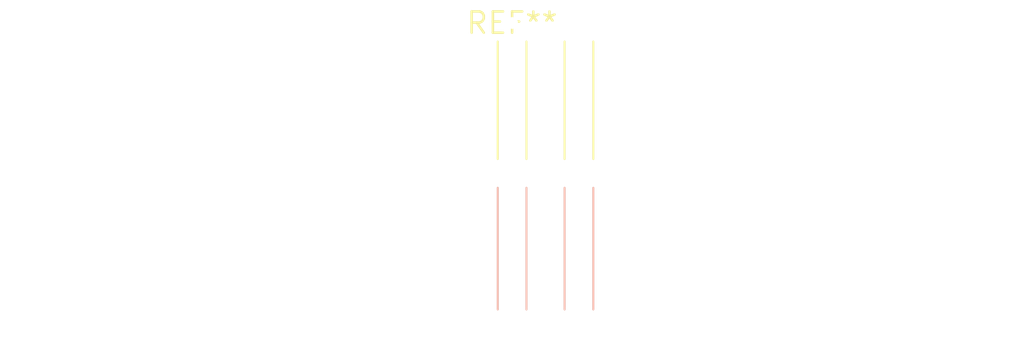
<source format=kicad_pcb>
(kicad_pcb (version 20240108) (generator pcbnew)
  (layers (0 "F.Cu" signal) (31 "B.Cu" signal) (34 "B.Paste" user) (35 "F.Paste" user) (36 "B.SilkS" user "B.Silkscreen") (37 "F.SilkS" user "F.Silkscreen") (38 "B.Mask" user) (39 "F.Mask" user) (44 "Edge.Cuts" user))
  (net 0 "")
  (footprint "SolderWire-0.15sqmm_1x02_P4mm_D0.5mm_OD1.5mm_Relief2x" (layer "F.Cu") (at 0 0)
    (property "Reference" "REF**")
    (property "Value" "SolderWire-0.15sqmm_1x02_P4mm_D0.5mm_OD1.5mm_Relief2x")
    (fp_line (start -0.86 9.86) (end -0.86 17.14) (layer "B.SilkS") (stroke (width 0.12)))
    (fp_line (start 0.86 9.86) (end 0.86 17.14) (layer "B.SilkS") (stroke (width 0.12)))
    (fp_line (start 3.14 9.86) (end 3.14 17.14) (layer "B.SilkS") (stroke (width 0.12)))
    (fp_line (start 4.86 9.86) (end 4.86 17.14) (layer "B.SilkS") (stroke (width 0.12)))
    (fp_line (start -0.86 1.11) (end -0.86 8.14) (layer "F.SilkS") (stroke (width 0.12)))
    (fp_line (start 0.86 1.11) (end 0.86 8.14) (layer "F.SilkS") (stroke (width 0.12)))
    (fp_line (start 3.14 1.11) (end 3.14 8.14) (layer "F.SilkS") (stroke (width 0.12)))
    (fp_line (start 4.86 1.11) (end 4.86 8.14) (layer "F.SilkS") (stroke (width 0.12)))
    (pad "" np_thru_hole circle (at 0 9) (size 2 2) (drill 2) (layers *.Cu *.Mask))
    (pad "" np_thru_hole circle (at 0 18) (size 2 2) (drill 2) (layers *.Cu *.Mask))
    (pad "" np_thru_hole circle (at 4 9) (size 2 2) (drill 2) (layers *.Cu *.Mask))
    (pad "" np_thru_hole circle (at 4 18) (size 2 2) (drill 2) (layers *.Cu *.Mask))
    (pad "1" thru_hole roundrect (at 0 0) (size 1.7 1.7) (drill 0.7) (layers *.Cu *.Mask) (remove_unused_layers) (roundrect_rratio 0.147059))
    (pad "2" thru_hole circle (at 4 0) (size 1.7 1.7) (drill 0.7) (layers *.Cu *.Mask) (remove_unused_layers))
  )
)
</source>
